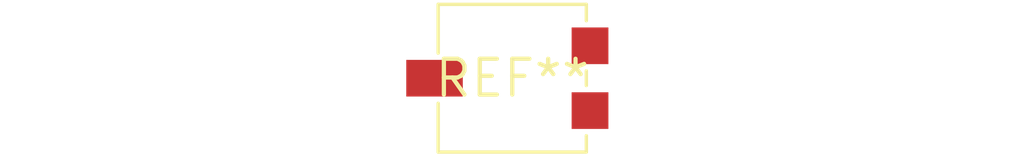
<source format=kicad_pcb>
(kicad_pcb (version 20240108) (generator pcbnew)
  (layers (0 "F.Cu" signal) (31 "B.Cu" signal) (34 "B.Paste" user) (35 "F.Paste" user) (36 "B.SilkS" user "B.Silkscreen") (37 "F.SilkS" user "F.Silkscreen") (38 "B.Mask" user) (39 "F.Mask" user) (44 "Edge.Cuts" user))
  (net 0 "")
  (footprint "Potentiometer_Vishay_TS53YL_Vertical" (layer "F.Cu") (at 0 0)
    (property "Reference" "REF**")
    (property "Value" "Potentiometer_Vishay_TS53YL_Vertical")
    (fp_line (start -2.62 -2.62) (end -2.62 -0.89) (layer "F.SilkS") (stroke (width 0.12)))
    (fp_line (start -2.62 -2.62) (end 2.62 -2.62) (layer "F.SilkS") (stroke (width 0.12)))
    (fp_line (start -2.62 0.89) (end -2.62 2.62) (layer "F.SilkS") (stroke (width 0.12)))
    (fp_line (start -2.62 2.62) (end 2.62 2.62) (layer "F.SilkS") (stroke (width 0.12)))
    (fp_line (start 2.62 -2.62) (end 2.62 -2.039) (layer "F.SilkS") (stroke (width 0.12)))
    (fp_line (start 2.62 -0.26) (end 2.62 0.26) (layer "F.SilkS") (stroke (width 0.12)))
    (fp_line (start 2.62 2.04) (end 2.62 2.62) (layer "F.SilkS") (stroke (width 0.12)))
    (pad "1" smd rect (at 2.75 -1.15) (size 1.3 1.3) (layers "F.Cu" "F.Paste" "F.Mask"))
    (pad "2" smd rect (at -2.75 0) (size 2 1.3) (layers "F.Cu" "F.Paste" "F.Mask"))
    (pad "3" smd rect (at 2.75 1.15) (size 1.3 1.3) (layers "F.Cu" "F.Paste" "F.Mask"))
  )
)
</source>
